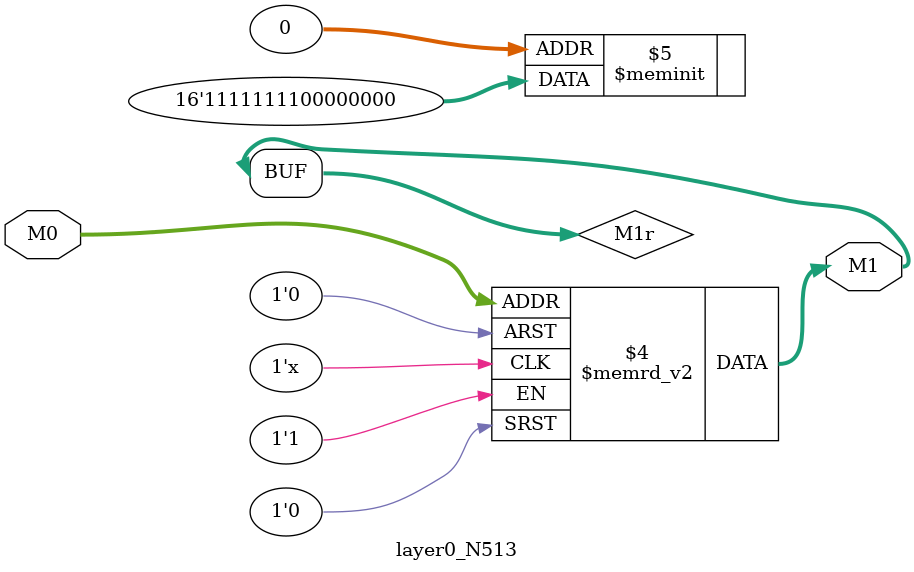
<source format=v>
module layer0_N513 ( input [2:0] M0, output [1:0] M1 );

	(*rom_style = "distributed" *) reg [1:0] M1r;
	assign M1 = M1r;
	always @ (M0) begin
		case (M0)
			3'b000: M1r = 2'b00;
			3'b100: M1r = 2'b11;
			3'b010: M1r = 2'b00;
			3'b110: M1r = 2'b11;
			3'b001: M1r = 2'b00;
			3'b101: M1r = 2'b11;
			3'b011: M1r = 2'b00;
			3'b111: M1r = 2'b11;

		endcase
	end
endmodule

</source>
